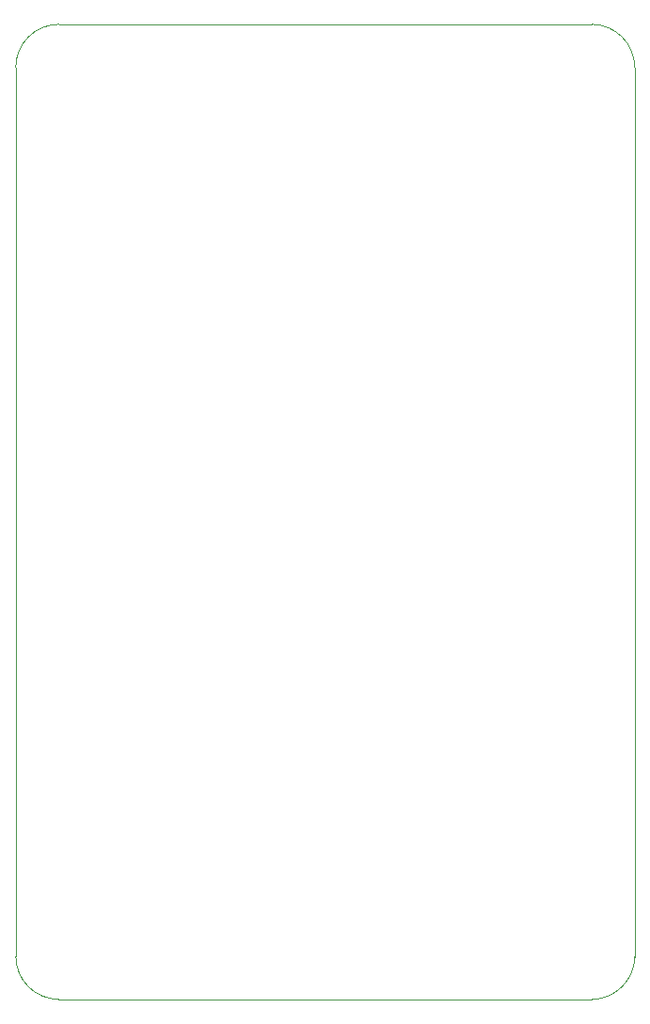
<source format=gko>
%TF.GenerationSoftware,KiCad,Pcbnew,4.0.7-e2-6376~58~ubuntu16.04.1*%
%TF.CreationDate,2018-05-12T15:05:11-07:00*%
%TF.ProjectId,7x11-RasPi-Zero-Breakout,377831312D52617350692D5A65726F2D,1.0*%
%TF.FileFunction,Profile,NP*%
%FSLAX46Y46*%
G04 Gerber Fmt 4.6, Leading zero omitted, Abs format (unit mm)*
G04 Created by KiCad (PCBNEW 4.0.7-e2-6376~58~ubuntu16.04.1) date Sat May 12 15:05:11 2018*
%MOMM*%
%LPD*%
G01*
G04 APERTURE LIST*
%ADD10C,0.350000*%
%ADD11C,0.040640*%
G04 APERTURE END LIST*
D10*
D11*
X57304000Y-37146000D02*
X9304000Y-37146000D01*
X9204000Y-124946000D02*
X57304000Y-124946000D01*
X61204000Y-121146000D02*
X61204000Y-41046000D01*
X61203994Y-41039193D02*
G75*
G03X57304000Y-37146000I-3899994J-6807D01*
G01*
X57304000Y-124946000D02*
G75*
G03X61204000Y-121046000I0J3900000D01*
G01*
X5404000Y-41046000D02*
X5404000Y-121046000D01*
X5404006Y-121052807D02*
G75*
G03X9304000Y-124946000I3899994J6807D01*
G01*
X9304000Y-37146000D02*
G75*
G03X5404000Y-41046000I0J-3900000D01*
G01*
M02*

</source>
